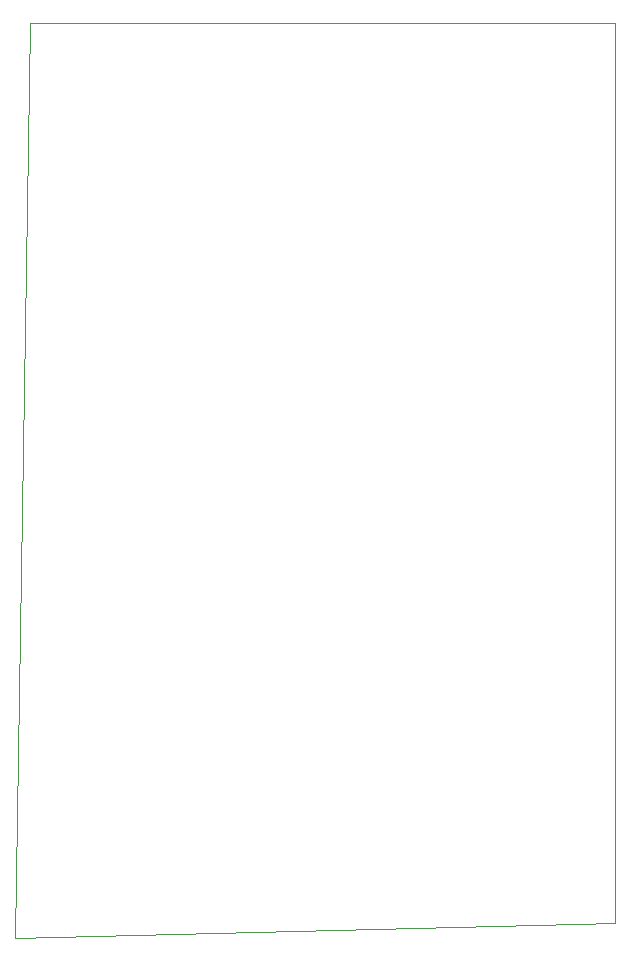
<source format=gbr>
%TF.GenerationSoftware,KiCad,Pcbnew,5.1.10-88a1d61d58~90~ubuntu20.04.1*%
%TF.CreationDate,2021-09-29T11:39:30-04:00*%
%TF.ProjectId,example1,6578616d-706c-4653-912e-6b696361645f,rev?*%
%TF.SameCoordinates,Original*%
%TF.FileFunction,Profile,NP*%
%FSLAX46Y46*%
G04 Gerber Fmt 4.6, Leading zero omitted, Abs format (unit mm)*
G04 Created by KiCad (PCBNEW 5.1.10-88a1d61d58~90~ubuntu20.04.1) date 2021-09-29 11:39:30*
%MOMM*%
%LPD*%
G01*
G04 APERTURE LIST*
%TA.AperFunction,Profile*%
%ADD10C,0.050000*%
%TD*%
G04 APERTURE END LIST*
D10*
X891540000Y123190000D02*
X892810000Y200660000D01*
X942340000Y124460000D02*
X891540000Y123190000D01*
X942340000Y200660000D02*
X942340000Y124460000D01*
X892810000Y200660000D02*
X942340000Y200660000D01*
M02*

</source>
